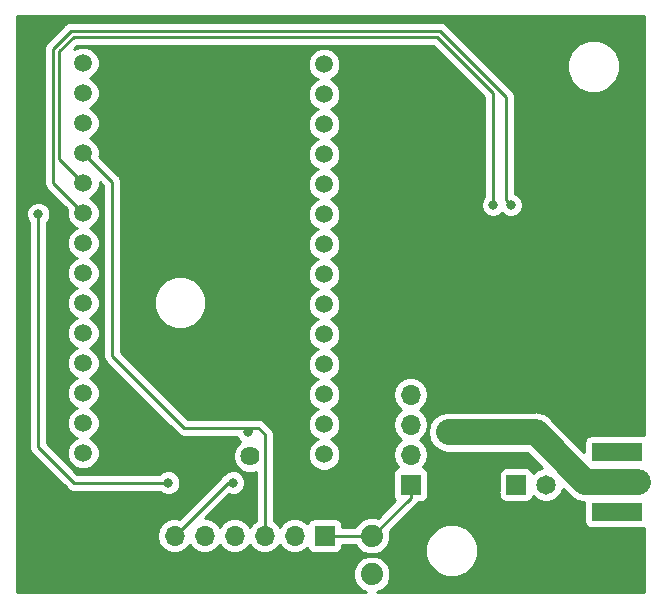
<source format=gbr>
G04 #@! TF.GenerationSoftware,KiCad,Pcbnew,(5.0.2)-1*
G04 #@! TF.CreationDate,2019-05-14T17:11:37+02:00*
G04 #@! TF.ProjectId,Mini-Lora,4d696e69-2d4c-46f7-9261-2e6b69636164,rev?*
G04 #@! TF.SameCoordinates,Original*
G04 #@! TF.FileFunction,Copper,L2,Bot*
G04 #@! TF.FilePolarity,Positive*
%FSLAX46Y46*%
G04 Gerber Fmt 4.6, Leading zero omitted, Abs format (unit mm)*
G04 Created by KiCad (PCBNEW (5.0.2)-1) date 14/05/2019 17:11:37*
%MOMM*%
%LPD*%
G01*
G04 APERTURE LIST*
G04 #@! TA.AperFunction,ComponentPad*
%ADD10C,1.500000*%
G04 #@! TD*
G04 #@! TA.AperFunction,ComponentPad*
%ADD11O,1.700000X1.700000*%
G04 #@! TD*
G04 #@! TA.AperFunction,ComponentPad*
%ADD12R,1.700000X1.700000*%
G04 #@! TD*
G04 #@! TA.AperFunction,SMDPad,CuDef*
%ADD13R,4.318000X1.524000*%
G04 #@! TD*
G04 #@! TA.AperFunction,Conductor*
%ADD14C,0.100000*%
G04 #@! TD*
G04 #@! TA.AperFunction,SMDPad,CuDef*
%ADD15C,1.143000*%
G04 #@! TD*
G04 #@! TA.AperFunction,ComponentPad*
%ADD16C,1.270000*%
G04 #@! TD*
G04 #@! TA.AperFunction,ComponentPad*
%ADD17C,1.651000*%
G04 #@! TD*
G04 #@! TA.AperFunction,ComponentPad*
%ADD18R,1.651000X1.651000*%
G04 #@! TD*
G04 #@! TA.AperFunction,ComponentPad*
%ADD19C,1.524000*%
G04 #@! TD*
G04 #@! TA.AperFunction,ComponentPad*
%ADD20C,1.625000*%
G04 #@! TD*
G04 #@! TA.AperFunction,ComponentPad*
%ADD21C,1.879600*%
G04 #@! TD*
G04 #@! TA.AperFunction,ViaPad*
%ADD22C,0.800000*%
G04 #@! TD*
G04 #@! TA.AperFunction,ViaPad*
%ADD23C,0.711200*%
G04 #@! TD*
G04 #@! TA.AperFunction,Conductor*
%ADD24C,0.406400*%
G04 #@! TD*
G04 #@! TA.AperFunction,Conductor*
%ADD25C,0.250000*%
G04 #@! TD*
G04 #@! TA.AperFunction,Conductor*
%ADD26C,2.200000*%
G04 #@! TD*
G04 #@! TA.AperFunction,Conductor*
%ADD27C,0.254000*%
G04 #@! TD*
G04 APERTURE END LIST*
D10*
G04 #@! TO.P,U2,14*
G04 #@! TO.N,Net-(U2-Pad14)*
X135554725Y-72467027D03*
G04 #@! TO.P,U2,3*
G04 #@! TO.N,Net-(U2-Pad3)*
X135554725Y-100407027D03*
G04 #@! TO.P,U2,2*
G04 #@! TO.N,Net-(U2-Pad2)*
X135554725Y-102947027D03*
G04 #@! TO.P,U2,5*
G04 #@! TO.N,Net-(U2-Pad5)*
X135554725Y-95327027D03*
G04 #@! TO.P,U2,6*
G04 #@! TO.N,Net-(U2-Pad6)*
X135554725Y-92787027D03*
G04 #@! TO.P,U2,7*
G04 #@! TO.N,Net-(U2-Pad7)*
X135554725Y-90247027D03*
G04 #@! TO.P,U2,4*
G04 #@! TO.N,Net-(U2-Pad4)*
X135554725Y-97867027D03*
G04 #@! TO.P,U2,1*
G04 #@! TO.N,Net-(U2-Pad1)*
X135554725Y-105487027D03*
G04 #@! TO.P,U2,13*
G04 #@! TO.N,Net-(U2-Pad13)*
X135554725Y-75007027D03*
G04 #@! TO.P,U2,12*
G04 #@! TO.N,/WS*
X135554725Y-77547027D03*
G04 #@! TO.P,U2,9*
G04 #@! TO.N,/SS*
X135554725Y-85167027D03*
G04 #@! TO.P,U2,8*
G04 #@! TO.N,/SD*
X135554725Y-87707027D03*
G04 #@! TO.P,U2,11*
G04 #@! TO.N,/ICS_SCK*
X135554725Y-80087027D03*
G04 #@! TO.P,U2,10*
G04 #@! TO.N,/RESET*
X135554725Y-82627027D03*
G04 #@! TO.P,U2,28*
G04 #@! TO.N,Net-(U2-Pad28)*
X155954725Y-105607027D03*
G04 #@! TO.P,U2,17*
G04 #@! TO.N,/MOSI*
X155954725Y-77667027D03*
G04 #@! TO.P,U2,16*
G04 #@! TO.N,Net-(U2-Pad16)*
X155954725Y-75127027D03*
G04 #@! TO.P,U2,19*
G04 #@! TO.N,/MISO*
X155954725Y-82747027D03*
G04 #@! TO.P,U2,20*
G04 #@! TO.N,Net-(U2-Pad20)*
X155954725Y-85287027D03*
G04 #@! TO.P,U2,21*
G04 #@! TO.N,Net-(U2-Pad21)*
X155954725Y-87827027D03*
G04 #@! TO.P,U2,18*
G04 #@! TO.N,/SCK*
X155954725Y-80207027D03*
G04 #@! TO.P,U2,15*
G04 #@! TO.N,Net-(U2-Pad15)*
X155954725Y-72587027D03*
G04 #@! TO.P,U2,27*
G04 #@! TO.N,Net-(U2-Pad27)*
X155954725Y-103067027D03*
G04 #@! TO.P,U2,26*
G04 #@! TO.N,+3V3*
X155954725Y-100527027D03*
G04 #@! TO.P,U2,23*
G04 #@! TO.N,/TX*
X155954725Y-92907027D03*
G04 #@! TO.P,U2,22*
G04 #@! TO.N,/RX*
X155954725Y-90367027D03*
G04 #@! TO.P,U2,25*
G04 #@! TO.N,GND*
X155954725Y-97987027D03*
G04 #@! TO.P,U2,24*
G04 #@! TO.N,Net-(U2-Pad24)*
X155954725Y-95447027D03*
G04 #@! TD*
D11*
G04 #@! TO.P,J1,4*
G04 #@! TO.N,GND*
X163277221Y-100548520D03*
G04 #@! TO.P,J1,3*
G04 #@! TO.N,/RX*
X163277221Y-103088520D03*
G04 #@! TO.P,J1,2*
G04 #@! TO.N,/TX*
X163277221Y-105628520D03*
D12*
G04 #@! TO.P,J1,1*
G04 #@! TO.N,+3V3*
X163277221Y-108168520D03*
G04 #@! TD*
D13*
G04 #@! TO.P,J$2,GND6*
G04 #@! TO.N,N/C*
X180777709Y-110463220D03*
G04 #@! TO.P,J$2,GND5*
X180777709Y-105383220D03*
D14*
G04 #@! TD*
G04 #@! TO.N,/ANT*
G04 #@! TO.C,J$2*
G36*
X180502911Y-107351995D02*
X180508458Y-107352818D01*
X180513899Y-107354181D01*
X180519179Y-107356070D01*
X180524249Y-107358468D01*
X180529060Y-107361352D01*
X180533565Y-107364692D01*
X180537720Y-107368459D01*
X180541487Y-107372614D01*
X180544827Y-107377119D01*
X180547711Y-107381930D01*
X180550109Y-107387000D01*
X180551998Y-107392280D01*
X180553361Y-107397721D01*
X180554184Y-107403268D01*
X180554459Y-107408870D01*
X180554459Y-108437570D01*
X180554184Y-108443172D01*
X180553361Y-108448719D01*
X180551998Y-108454160D01*
X180550109Y-108459440D01*
X180547711Y-108464510D01*
X180544827Y-108469321D01*
X180541487Y-108473826D01*
X180537720Y-108477981D01*
X180533565Y-108481748D01*
X180529060Y-108485088D01*
X180524249Y-108487972D01*
X180519179Y-108490370D01*
X180513899Y-108492259D01*
X180508458Y-108493622D01*
X180502911Y-108494445D01*
X180497309Y-108494720D01*
X178579609Y-108494720D01*
X178574007Y-108494445D01*
X178568460Y-108493622D01*
X178563019Y-108492259D01*
X178557739Y-108490370D01*
X178552669Y-108487972D01*
X178547858Y-108485088D01*
X178543353Y-108481748D01*
X178539198Y-108477981D01*
X178535431Y-108473826D01*
X178532091Y-108469321D01*
X178529207Y-108464510D01*
X178526809Y-108459440D01*
X178524920Y-108454160D01*
X178523557Y-108448719D01*
X178522734Y-108443172D01*
X178522459Y-108437570D01*
X178522459Y-107408870D01*
X178522734Y-107403268D01*
X178523557Y-107397721D01*
X178524920Y-107392280D01*
X178526809Y-107387000D01*
X178529207Y-107381930D01*
X178532091Y-107377119D01*
X178535431Y-107372614D01*
X178539198Y-107368459D01*
X178543353Y-107364692D01*
X178547858Y-107361352D01*
X178552669Y-107358468D01*
X178557739Y-107356070D01*
X178563019Y-107354181D01*
X178568460Y-107352818D01*
X178574007Y-107351995D01*
X178579609Y-107351720D01*
X180497309Y-107351720D01*
X180502911Y-107351995D01*
X180502911Y-107351995D01*
G37*
D15*
G04 #@! TO.P,J$2,ANT3*
G04 #@! TO.N,/ANT*
X179538459Y-107923220D03*
D16*
G04 #@! TO.P,J$2,ANT2*
X178047209Y-107923220D03*
G04 #@! TD*
D17*
G04 #@! TO.P,C4,2*
G04 #@! TO.N,GND*
X174745209Y-108177220D03*
D18*
G04 #@! TO.P,C4,1*
G04 #@! TO.N,+3V3*
X172205209Y-108177220D03*
G04 #@! TD*
D19*
G04 #@! TO.P,JP3,1*
G04 #@! TO.N,/ANT*
X182492209Y-107923220D03*
G04 #@! TD*
D20*
G04 #@! TO.P,IC1,3*
G04 #@! TO.N,GND*
X149710000Y-105750000D03*
G04 #@! TD*
D12*
G04 #@! TO.P,JP1,1*
G04 #@! TO.N,+3V3*
X156000000Y-112500000D03*
D11*
G04 #@! TO.P,JP1,2*
G04 #@! TO.N,GND*
X153460000Y-112500000D03*
G04 #@! TO.P,JP1,3*
G04 #@! TO.N,/ICS_SCK*
X150920000Y-112500000D03*
G04 #@! TO.P,JP1,4*
G04 #@! TO.N,/SD*
X148380000Y-112500000D03*
G04 #@! TO.P,JP1,5*
G04 #@! TO.N,/WS*
X145840000Y-112500000D03*
G04 #@! TO.P,JP1,6*
G04 #@! TO.N,/Select*
X143300000Y-112500000D03*
G04 #@! TD*
D21*
G04 #@! TO.P,P1,1*
G04 #@! TO.N,GND*
X160000000Y-115750000D03*
G04 #@! TD*
G04 #@! TO.P,P2,1*
G04 #@! TO.N,+3V3*
X160000000Y-112500000D03*
G04 #@! TD*
D22*
G04 #@! TO.N,GND*
X166750000Y-95750000D03*
X166000000Y-84000000D03*
G04 #@! TO.N,/RESET*
X170250000Y-84500000D03*
G04 #@! TO.N,/SS*
X171750000Y-84500000D03*
D23*
G04 #@! TO.N,/ANT*
X166490209Y-103732220D03*
X166490209Y-103732220D03*
D22*
X166490209Y-103732220D03*
G04 #@! TO.N,/ICS_SCK*
X149500000Y-103750000D03*
G04 #@! TO.N,/WS*
X142750000Y-108000000D03*
X131750000Y-85250000D03*
G04 #@! TO.N,/Select*
X148250000Y-108000000D03*
G04 #@! TD*
D24*
G04 #@! TO.N,+3V3*
X171570209Y-108812220D02*
X172205209Y-108177220D01*
D25*
X163277221Y-109268520D02*
X163277221Y-108168520D01*
X160045741Y-112500000D02*
X163277221Y-109268520D01*
X156000000Y-112500000D02*
X160045741Y-112500000D01*
G04 #@! TO.N,/RESET*
X134804726Y-81877028D02*
X135554725Y-82627027D01*
X170250000Y-84500000D02*
X170250000Y-75000000D01*
X170250000Y-75000000D02*
X165500000Y-70250000D01*
X165500000Y-70250000D02*
X134750000Y-70250000D01*
X134750000Y-70250000D02*
X133500000Y-71500000D01*
X133500000Y-71500000D02*
X133500000Y-80572302D01*
X133500000Y-80572302D02*
X134804726Y-81877028D01*
G04 #@! TO.N,/SS*
X133000000Y-82612302D02*
X135554725Y-85167027D01*
X171350001Y-84100001D02*
X171350001Y-75350001D01*
X171750000Y-84500000D02*
X171350001Y-84100001D01*
X171350001Y-75350001D02*
X165750000Y-69750000D01*
X165750000Y-69750000D02*
X134500000Y-69750000D01*
X134500000Y-69750000D02*
X133000000Y-71250000D01*
X133000000Y-71250000D02*
X133000000Y-82612302D01*
D24*
G04 #@! TO.N,/ANT*
X177920209Y-107542220D02*
X178047209Y-107923220D01*
X177920209Y-107542220D02*
X179190209Y-107542220D01*
X179190209Y-107542220D02*
X179538459Y-107923220D01*
X177920209Y-107542220D02*
X178047209Y-107923220D01*
X183000209Y-107542220D02*
X182492209Y-107923220D01*
D26*
X173856209Y-103732220D02*
X166490209Y-103732220D01*
X178047209Y-107923220D02*
X173856209Y-103732220D01*
X178047209Y-107923220D02*
X182492209Y-107923220D01*
D25*
G04 #@! TO.N,/ICS_SCK*
X149899999Y-103350001D02*
X150350001Y-103350001D01*
X149500000Y-103750000D02*
X149899999Y-103350001D01*
X150920000Y-103920000D02*
X150920000Y-112500000D01*
X150350001Y-103350001D02*
X150920000Y-103920000D01*
X149899999Y-103350001D02*
X144100001Y-103350001D01*
X144100001Y-103350001D02*
X138000000Y-97250000D01*
X138000000Y-82532302D02*
X135554725Y-80087027D01*
X138000000Y-97250000D02*
X138000000Y-82532302D01*
G04 #@! TO.N,/WS*
X142750000Y-108000000D02*
X134750000Y-108000000D01*
X134750000Y-108000000D02*
X131750000Y-105000000D01*
X131750000Y-105000000D02*
X131750000Y-85250000D01*
G04 #@! TO.N,/Select*
X147800000Y-108000000D02*
X148250000Y-108000000D01*
X143300000Y-112500000D02*
X147800000Y-108000000D01*
G04 #@! TD*
D27*
G04 #@! TO.N,GND*
G36*
X183015000Y-103989353D02*
X182936709Y-103973780D01*
X178618709Y-103973780D01*
X178370944Y-104023063D01*
X178160900Y-104163411D01*
X178020552Y-104373455D01*
X177971269Y-104621220D01*
X177971269Y-105393620D01*
X175203873Y-102626225D01*
X175107074Y-102481355D01*
X174533172Y-102097886D01*
X174027089Y-101997220D01*
X174027087Y-101997220D01*
X173856209Y-101963230D01*
X173685331Y-101997220D01*
X166319329Y-101997220D01*
X165813246Y-102097886D01*
X165239344Y-102481355D01*
X164855875Y-103055257D01*
X164721219Y-103732220D01*
X164855875Y-104409183D01*
X165239344Y-104983085D01*
X165813246Y-105366554D01*
X166319329Y-105467220D01*
X173137550Y-105467220D01*
X174406863Y-106736533D01*
X173917902Y-106939068D01*
X173649463Y-107207507D01*
X173628866Y-107103955D01*
X173488518Y-106893911D01*
X173278474Y-106753563D01*
X173030709Y-106704280D01*
X171379709Y-106704280D01*
X171131944Y-106753563D01*
X170921900Y-106893911D01*
X170781552Y-107103955D01*
X170732269Y-107351720D01*
X170732269Y-108728364D01*
X170715589Y-108812220D01*
X170732269Y-108896076D01*
X170732269Y-109002720D01*
X170781552Y-109250485D01*
X170921900Y-109460529D01*
X171131944Y-109600877D01*
X171379709Y-109650160D01*
X171486353Y-109650160D01*
X171570209Y-109666840D01*
X171654065Y-109650160D01*
X173030709Y-109650160D01*
X173278474Y-109600877D01*
X173488518Y-109460529D01*
X173628866Y-109250485D01*
X173649463Y-109146933D01*
X173917902Y-109415372D01*
X174454697Y-109637720D01*
X175035721Y-109637720D01*
X175572516Y-109415372D01*
X175983361Y-109004527D01*
X176185895Y-108515566D01*
X176699547Y-109029218D01*
X176796344Y-109174085D01*
X177370246Y-109557554D01*
X177876329Y-109658220D01*
X177876330Y-109658220D01*
X177975883Y-109678023D01*
X177971269Y-109701220D01*
X177971269Y-111225220D01*
X178020552Y-111472985D01*
X178160900Y-111683029D01*
X178370944Y-111823377D01*
X178618709Y-111872660D01*
X182936709Y-111872660D01*
X183015000Y-111857087D01*
X183015000Y-117265000D01*
X160457617Y-117265000D01*
X160892052Y-117085051D01*
X161335051Y-116642052D01*
X161574800Y-116063247D01*
X161574800Y-115436753D01*
X161335051Y-114857948D01*
X160892052Y-114414949D01*
X160313247Y-114175200D01*
X159686753Y-114175200D01*
X159107948Y-114414949D01*
X158664949Y-114857948D01*
X158425200Y-115436753D01*
X158425200Y-116063247D01*
X158664949Y-116642052D01*
X159107948Y-117085051D01*
X159542383Y-117265000D01*
X129985000Y-117265000D01*
X129985000Y-85044126D01*
X130715000Y-85044126D01*
X130715000Y-85455874D01*
X130872569Y-85836280D01*
X130990001Y-85953712D01*
X130990000Y-104925153D01*
X130975112Y-105000000D01*
X130990000Y-105074847D01*
X130990000Y-105074851D01*
X131034096Y-105296536D01*
X131202071Y-105547929D01*
X131265530Y-105590331D01*
X134159671Y-108484473D01*
X134202071Y-108547929D01*
X134265527Y-108590329D01*
X134453462Y-108715904D01*
X134477026Y-108720591D01*
X134675148Y-108760000D01*
X134675152Y-108760000D01*
X134750000Y-108774888D01*
X134824848Y-108760000D01*
X142046289Y-108760000D01*
X142163720Y-108877431D01*
X142544126Y-109035000D01*
X142955874Y-109035000D01*
X143336280Y-108877431D01*
X143627431Y-108586280D01*
X143785000Y-108205874D01*
X143785000Y-107794126D01*
X143627431Y-107413720D01*
X143336280Y-107122569D01*
X142955874Y-106965000D01*
X142544126Y-106965000D01*
X142163720Y-107122569D01*
X142046289Y-107240000D01*
X135064802Y-107240000D01*
X132510000Y-104685199D01*
X132510000Y-85953711D01*
X132627431Y-85836280D01*
X132785000Y-85455874D01*
X132785000Y-85044126D01*
X132627431Y-84663720D01*
X132336280Y-84372569D01*
X131955874Y-84215000D01*
X131544126Y-84215000D01*
X131163720Y-84372569D01*
X130872569Y-84663720D01*
X130715000Y-85044126D01*
X129985000Y-85044126D01*
X129985000Y-71250000D01*
X132225112Y-71250000D01*
X132240000Y-71324847D01*
X132240001Y-82537450D01*
X132225112Y-82612302D01*
X132284097Y-82908839D01*
X132398618Y-83080231D01*
X132452072Y-83160231D01*
X132515528Y-83202631D01*
X134179890Y-84866993D01*
X134169725Y-84891533D01*
X134169725Y-85442521D01*
X134380578Y-85951567D01*
X134770185Y-86341174D01*
X135001595Y-86437027D01*
X134770185Y-86532880D01*
X134380578Y-86922487D01*
X134169725Y-87431533D01*
X134169725Y-87982521D01*
X134380578Y-88491567D01*
X134770185Y-88881174D01*
X135001595Y-88977027D01*
X134770185Y-89072880D01*
X134380578Y-89462487D01*
X134169725Y-89971533D01*
X134169725Y-90522521D01*
X134380578Y-91031567D01*
X134770185Y-91421174D01*
X135001595Y-91517027D01*
X134770185Y-91612880D01*
X134380578Y-92002487D01*
X134169725Y-92511533D01*
X134169725Y-93062521D01*
X134380578Y-93571567D01*
X134770185Y-93961174D01*
X135001595Y-94057027D01*
X134770185Y-94152880D01*
X134380578Y-94542487D01*
X134169725Y-95051533D01*
X134169725Y-95602521D01*
X134380578Y-96111567D01*
X134770185Y-96501174D01*
X135001595Y-96597027D01*
X134770185Y-96692880D01*
X134380578Y-97082487D01*
X134169725Y-97591533D01*
X134169725Y-98142521D01*
X134380578Y-98651567D01*
X134770185Y-99041174D01*
X135001595Y-99137027D01*
X134770185Y-99232880D01*
X134380578Y-99622487D01*
X134169725Y-100131533D01*
X134169725Y-100682521D01*
X134380578Y-101191567D01*
X134770185Y-101581174D01*
X135001595Y-101677027D01*
X134770185Y-101772880D01*
X134380578Y-102162487D01*
X134169725Y-102671533D01*
X134169725Y-103222521D01*
X134380578Y-103731567D01*
X134770185Y-104121174D01*
X135001595Y-104217027D01*
X134770185Y-104312880D01*
X134380578Y-104702487D01*
X134169725Y-105211533D01*
X134169725Y-105762521D01*
X134380578Y-106271567D01*
X134770185Y-106661174D01*
X135279231Y-106872027D01*
X135830219Y-106872027D01*
X136339265Y-106661174D01*
X136728872Y-106271567D01*
X136939725Y-105762521D01*
X136939725Y-105211533D01*
X136728872Y-104702487D01*
X136339265Y-104312880D01*
X136107855Y-104217027D01*
X136339265Y-104121174D01*
X136728872Y-103731567D01*
X136939725Y-103222521D01*
X136939725Y-102671533D01*
X136728872Y-102162487D01*
X136339265Y-101772880D01*
X136107855Y-101677027D01*
X136339265Y-101581174D01*
X136728872Y-101191567D01*
X136939725Y-100682521D01*
X136939725Y-100131533D01*
X136728872Y-99622487D01*
X136339265Y-99232880D01*
X136107855Y-99137027D01*
X136339265Y-99041174D01*
X136728872Y-98651567D01*
X136939725Y-98142521D01*
X136939725Y-97591533D01*
X136728872Y-97082487D01*
X136339265Y-96692880D01*
X136107855Y-96597027D01*
X136339265Y-96501174D01*
X136728872Y-96111567D01*
X136939725Y-95602521D01*
X136939725Y-95051533D01*
X136728872Y-94542487D01*
X136339265Y-94152880D01*
X136107855Y-94057027D01*
X136339265Y-93961174D01*
X136728872Y-93571567D01*
X136939725Y-93062521D01*
X136939725Y-92511533D01*
X136728872Y-92002487D01*
X136339265Y-91612880D01*
X136107855Y-91517027D01*
X136339265Y-91421174D01*
X136728872Y-91031567D01*
X136939725Y-90522521D01*
X136939725Y-89971533D01*
X136728872Y-89462487D01*
X136339265Y-89072880D01*
X136107855Y-88977027D01*
X136339265Y-88881174D01*
X136728872Y-88491567D01*
X136939725Y-87982521D01*
X136939725Y-87431533D01*
X136728872Y-86922487D01*
X136339265Y-86532880D01*
X136107855Y-86437027D01*
X136339265Y-86341174D01*
X136728872Y-85951567D01*
X136939725Y-85442521D01*
X136939725Y-84891533D01*
X136728872Y-84382487D01*
X136339265Y-83992880D01*
X136107855Y-83897027D01*
X136339265Y-83801174D01*
X136728872Y-83411567D01*
X136939725Y-82902521D01*
X136939725Y-82546829D01*
X137240001Y-82847105D01*
X137240000Y-97175153D01*
X137225112Y-97250000D01*
X137240000Y-97324847D01*
X137240000Y-97324851D01*
X137284096Y-97546536D01*
X137452071Y-97797929D01*
X137515530Y-97840331D01*
X143509671Y-103834473D01*
X143552072Y-103897930D01*
X143803464Y-104065905D01*
X144025149Y-104110001D01*
X144025153Y-104110001D01*
X144100000Y-104124889D01*
X144174847Y-104110001D01*
X148528841Y-104110001D01*
X148622569Y-104336280D01*
X148849608Y-104563319D01*
X148482869Y-104930057D01*
X148262500Y-105462074D01*
X148262500Y-106037926D01*
X148482869Y-106569943D01*
X148890057Y-106977131D01*
X149422074Y-107197500D01*
X149997926Y-107197500D01*
X150160000Y-107130366D01*
X150160001Y-111221821D01*
X149849375Y-111429375D01*
X149650000Y-111727761D01*
X149450625Y-111429375D01*
X148959418Y-111101161D01*
X148526256Y-111015000D01*
X148233744Y-111015000D01*
X147800582Y-111101161D01*
X147309375Y-111429375D01*
X147110000Y-111727761D01*
X146910625Y-111429375D01*
X146419418Y-111101161D01*
X145986256Y-111015000D01*
X145859801Y-111015000D01*
X147899647Y-108975155D01*
X148044126Y-109035000D01*
X148455874Y-109035000D01*
X148836280Y-108877431D01*
X149127431Y-108586280D01*
X149285000Y-108205874D01*
X149285000Y-107794126D01*
X149127431Y-107413720D01*
X148836280Y-107122569D01*
X148455874Y-106965000D01*
X148044126Y-106965000D01*
X147663720Y-107122569D01*
X147499636Y-107286653D01*
X147252071Y-107452071D01*
X147209671Y-107515527D01*
X143666408Y-111058791D01*
X143446256Y-111015000D01*
X143153744Y-111015000D01*
X142720582Y-111101161D01*
X142229375Y-111429375D01*
X141901161Y-111920582D01*
X141785908Y-112500000D01*
X141901161Y-113079418D01*
X142229375Y-113570625D01*
X142720582Y-113898839D01*
X143153744Y-113985000D01*
X143446256Y-113985000D01*
X143879418Y-113898839D01*
X144370625Y-113570625D01*
X144570000Y-113272239D01*
X144769375Y-113570625D01*
X145260582Y-113898839D01*
X145693744Y-113985000D01*
X145986256Y-113985000D01*
X146419418Y-113898839D01*
X146910625Y-113570625D01*
X147110000Y-113272239D01*
X147309375Y-113570625D01*
X147800582Y-113898839D01*
X148233744Y-113985000D01*
X148526256Y-113985000D01*
X148959418Y-113898839D01*
X149450625Y-113570625D01*
X149650000Y-113272239D01*
X149849375Y-113570625D01*
X150340582Y-113898839D01*
X150773744Y-113985000D01*
X151066256Y-113985000D01*
X151499418Y-113898839D01*
X151990625Y-113570625D01*
X152190000Y-113272239D01*
X152389375Y-113570625D01*
X152880582Y-113898839D01*
X153313744Y-113985000D01*
X153606256Y-113985000D01*
X154039418Y-113898839D01*
X154530625Y-113570625D01*
X154542816Y-113552381D01*
X154551843Y-113597765D01*
X154692191Y-113807809D01*
X154902235Y-113948157D01*
X155150000Y-113997440D01*
X156850000Y-113997440D01*
X157097765Y-113948157D01*
X157307809Y-113807809D01*
X157448157Y-113597765D01*
X157497440Y-113350000D01*
X157497440Y-113260000D01*
X158610251Y-113260000D01*
X158664949Y-113392052D01*
X159107948Y-113835051D01*
X159686753Y-114074800D01*
X160313247Y-114074800D01*
X160892052Y-113835051D01*
X161335051Y-113392052D01*
X161370930Y-113305431D01*
X164515000Y-113305431D01*
X164515000Y-114194569D01*
X164855259Y-115016026D01*
X165483974Y-115644741D01*
X166305431Y-115985000D01*
X167194569Y-115985000D01*
X168016026Y-115644741D01*
X168644741Y-115016026D01*
X168985000Y-114194569D01*
X168985000Y-113305431D01*
X168644741Y-112483974D01*
X168016026Y-111855259D01*
X167194569Y-111515000D01*
X166305431Y-111515000D01*
X165483974Y-111855259D01*
X164855259Y-112483974D01*
X164515000Y-113305431D01*
X161370930Y-113305431D01*
X161574800Y-112813247D01*
X161574800Y-112186753D01*
X161533499Y-112087043D01*
X163761694Y-109858849D01*
X163825150Y-109816449D01*
X163925704Y-109665960D01*
X164127221Y-109665960D01*
X164374986Y-109616677D01*
X164585030Y-109476329D01*
X164725378Y-109266285D01*
X164774661Y-109018520D01*
X164774661Y-107318520D01*
X164725378Y-107070755D01*
X164585030Y-106860711D01*
X164374986Y-106720363D01*
X164329602Y-106711336D01*
X164347846Y-106699145D01*
X164676060Y-106207938D01*
X164791313Y-105628520D01*
X164676060Y-105049102D01*
X164347846Y-104557895D01*
X164049460Y-104358520D01*
X164347846Y-104159145D01*
X164676060Y-103667938D01*
X164791313Y-103088520D01*
X164676060Y-102509102D01*
X164347846Y-102017895D01*
X164049460Y-101818520D01*
X164347846Y-101619145D01*
X164676060Y-101127938D01*
X164791313Y-100548520D01*
X164676060Y-99969102D01*
X164347846Y-99477895D01*
X163856639Y-99149681D01*
X163423477Y-99063520D01*
X163130965Y-99063520D01*
X162697803Y-99149681D01*
X162206596Y-99477895D01*
X161878382Y-99969102D01*
X161763129Y-100548520D01*
X161878382Y-101127938D01*
X162206596Y-101619145D01*
X162504982Y-101818520D01*
X162206596Y-102017895D01*
X161878382Y-102509102D01*
X161763129Y-103088520D01*
X161878382Y-103667938D01*
X162206596Y-104159145D01*
X162504982Y-104358520D01*
X162206596Y-104557895D01*
X161878382Y-105049102D01*
X161763129Y-105628520D01*
X161878382Y-106207938D01*
X162206596Y-106699145D01*
X162224840Y-106711336D01*
X162179456Y-106720363D01*
X161969412Y-106860711D01*
X161829064Y-107070755D01*
X161779781Y-107318520D01*
X161779781Y-109018520D01*
X161829064Y-109266285D01*
X161969412Y-109476329D01*
X161984517Y-109486422D01*
X160477644Y-110993296D01*
X160313247Y-110925200D01*
X159686753Y-110925200D01*
X159107948Y-111164949D01*
X158664949Y-111607948D01*
X158610251Y-111740000D01*
X157497440Y-111740000D01*
X157497440Y-111650000D01*
X157448157Y-111402235D01*
X157307809Y-111192191D01*
X157097765Y-111051843D01*
X156850000Y-111002560D01*
X155150000Y-111002560D01*
X154902235Y-111051843D01*
X154692191Y-111192191D01*
X154551843Y-111402235D01*
X154542816Y-111447619D01*
X154530625Y-111429375D01*
X154039418Y-111101161D01*
X153606256Y-111015000D01*
X153313744Y-111015000D01*
X152880582Y-111101161D01*
X152389375Y-111429375D01*
X152190000Y-111727761D01*
X151990625Y-111429375D01*
X151680000Y-111221822D01*
X151680000Y-103994846D01*
X151694888Y-103919999D01*
X151680000Y-103845152D01*
X151680000Y-103845148D01*
X151635904Y-103623463D01*
X151576913Y-103535177D01*
X151510329Y-103435526D01*
X151510327Y-103435524D01*
X151467929Y-103372071D01*
X151404476Y-103329673D01*
X150940331Y-102865530D01*
X150897930Y-102802072D01*
X150646538Y-102634097D01*
X150424853Y-102590001D01*
X150424848Y-102590001D01*
X150350001Y-102575113D01*
X150275154Y-102590001D01*
X149974845Y-102590001D01*
X149899998Y-102575113D01*
X149825151Y-102590001D01*
X144414803Y-102590001D01*
X138760000Y-96935199D01*
X138760000Y-92305431D01*
X141515000Y-92305431D01*
X141515000Y-93194569D01*
X141855259Y-94016026D01*
X142483974Y-94644741D01*
X143305431Y-94985000D01*
X144194569Y-94985000D01*
X145016026Y-94644741D01*
X145644741Y-94016026D01*
X145985000Y-93194569D01*
X145985000Y-92305431D01*
X145644741Y-91483974D01*
X145016026Y-90855259D01*
X144194569Y-90515000D01*
X143305431Y-90515000D01*
X142483974Y-90855259D01*
X141855259Y-91483974D01*
X141515000Y-92305431D01*
X138760000Y-92305431D01*
X138760000Y-82607148D01*
X138774888Y-82532301D01*
X138760000Y-82457454D01*
X138760000Y-82457450D01*
X138715904Y-82235765D01*
X138547929Y-81984373D01*
X138484473Y-81941973D01*
X136929560Y-80387061D01*
X136939725Y-80362521D01*
X136939725Y-79811533D01*
X136728872Y-79302487D01*
X136339265Y-78912880D01*
X136107855Y-78817027D01*
X136339265Y-78721174D01*
X136728872Y-78331567D01*
X136939725Y-77822521D01*
X136939725Y-77271533D01*
X136728872Y-76762487D01*
X136339265Y-76372880D01*
X136107855Y-76277027D01*
X136339265Y-76181174D01*
X136728872Y-75791567D01*
X136939725Y-75282521D01*
X136939725Y-74731533D01*
X136728872Y-74222487D01*
X136339265Y-73832880D01*
X136107855Y-73737027D01*
X136339265Y-73641174D01*
X136728872Y-73251567D01*
X136939725Y-72742521D01*
X136939725Y-72311533D01*
X154569725Y-72311533D01*
X154569725Y-72862521D01*
X154780578Y-73371567D01*
X155170185Y-73761174D01*
X155401595Y-73857027D01*
X155170185Y-73952880D01*
X154780578Y-74342487D01*
X154569725Y-74851533D01*
X154569725Y-75402521D01*
X154780578Y-75911567D01*
X155170185Y-76301174D01*
X155401595Y-76397027D01*
X155170185Y-76492880D01*
X154780578Y-76882487D01*
X154569725Y-77391533D01*
X154569725Y-77942521D01*
X154780578Y-78451567D01*
X155170185Y-78841174D01*
X155401595Y-78937027D01*
X155170185Y-79032880D01*
X154780578Y-79422487D01*
X154569725Y-79931533D01*
X154569725Y-80482521D01*
X154780578Y-80991567D01*
X155170185Y-81381174D01*
X155401595Y-81477027D01*
X155170185Y-81572880D01*
X154780578Y-81962487D01*
X154569725Y-82471533D01*
X154569725Y-83022521D01*
X154780578Y-83531567D01*
X155170185Y-83921174D01*
X155401595Y-84017027D01*
X155170185Y-84112880D01*
X154780578Y-84502487D01*
X154569725Y-85011533D01*
X154569725Y-85562521D01*
X154780578Y-86071567D01*
X155170185Y-86461174D01*
X155401595Y-86557027D01*
X155170185Y-86652880D01*
X154780578Y-87042487D01*
X154569725Y-87551533D01*
X154569725Y-88102521D01*
X154780578Y-88611567D01*
X155170185Y-89001174D01*
X155401595Y-89097027D01*
X155170185Y-89192880D01*
X154780578Y-89582487D01*
X154569725Y-90091533D01*
X154569725Y-90642521D01*
X154780578Y-91151567D01*
X155170185Y-91541174D01*
X155401595Y-91637027D01*
X155170185Y-91732880D01*
X154780578Y-92122487D01*
X154569725Y-92631533D01*
X154569725Y-93182521D01*
X154780578Y-93691567D01*
X155170185Y-94081174D01*
X155401595Y-94177027D01*
X155170185Y-94272880D01*
X154780578Y-94662487D01*
X154569725Y-95171533D01*
X154569725Y-95722521D01*
X154780578Y-96231567D01*
X155170185Y-96621174D01*
X155401595Y-96717027D01*
X155170185Y-96812880D01*
X154780578Y-97202487D01*
X154569725Y-97711533D01*
X154569725Y-98262521D01*
X154780578Y-98771567D01*
X155170185Y-99161174D01*
X155401595Y-99257027D01*
X155170185Y-99352880D01*
X154780578Y-99742487D01*
X154569725Y-100251533D01*
X154569725Y-100802521D01*
X154780578Y-101311567D01*
X155170185Y-101701174D01*
X155401595Y-101797027D01*
X155170185Y-101892880D01*
X154780578Y-102282487D01*
X154569725Y-102791533D01*
X154569725Y-103342521D01*
X154780578Y-103851567D01*
X155170185Y-104241174D01*
X155401595Y-104337027D01*
X155170185Y-104432880D01*
X154780578Y-104822487D01*
X154569725Y-105331533D01*
X154569725Y-105882521D01*
X154780578Y-106391567D01*
X155170185Y-106781174D01*
X155679231Y-106992027D01*
X156230219Y-106992027D01*
X156739265Y-106781174D01*
X157128872Y-106391567D01*
X157339725Y-105882521D01*
X157339725Y-105331533D01*
X157128872Y-104822487D01*
X156739265Y-104432880D01*
X156507855Y-104337027D01*
X156739265Y-104241174D01*
X157128872Y-103851567D01*
X157339725Y-103342521D01*
X157339725Y-102791533D01*
X157128872Y-102282487D01*
X156739265Y-101892880D01*
X156507855Y-101797027D01*
X156739265Y-101701174D01*
X157128872Y-101311567D01*
X157339725Y-100802521D01*
X157339725Y-100251533D01*
X157128872Y-99742487D01*
X156739265Y-99352880D01*
X156507855Y-99257027D01*
X156739265Y-99161174D01*
X157128872Y-98771567D01*
X157339725Y-98262521D01*
X157339725Y-97711533D01*
X157128872Y-97202487D01*
X156739265Y-96812880D01*
X156507855Y-96717027D01*
X156739265Y-96621174D01*
X157128872Y-96231567D01*
X157339725Y-95722521D01*
X157339725Y-95171533D01*
X157128872Y-94662487D01*
X156739265Y-94272880D01*
X156507855Y-94177027D01*
X156739265Y-94081174D01*
X157128872Y-93691567D01*
X157339725Y-93182521D01*
X157339725Y-92631533D01*
X157128872Y-92122487D01*
X156739265Y-91732880D01*
X156507855Y-91637027D01*
X156739265Y-91541174D01*
X157128872Y-91151567D01*
X157339725Y-90642521D01*
X157339725Y-90091533D01*
X157128872Y-89582487D01*
X156739265Y-89192880D01*
X156507855Y-89097027D01*
X156739265Y-89001174D01*
X157128872Y-88611567D01*
X157339725Y-88102521D01*
X157339725Y-87551533D01*
X157128872Y-87042487D01*
X156739265Y-86652880D01*
X156507855Y-86557027D01*
X156739265Y-86461174D01*
X157128872Y-86071567D01*
X157339725Y-85562521D01*
X157339725Y-85011533D01*
X157128872Y-84502487D01*
X156739265Y-84112880D01*
X156507855Y-84017027D01*
X156739265Y-83921174D01*
X157128872Y-83531567D01*
X157339725Y-83022521D01*
X157339725Y-82471533D01*
X157128872Y-81962487D01*
X156739265Y-81572880D01*
X156507855Y-81477027D01*
X156739265Y-81381174D01*
X157128872Y-80991567D01*
X157339725Y-80482521D01*
X157339725Y-79931533D01*
X157128872Y-79422487D01*
X156739265Y-79032880D01*
X156507855Y-78937027D01*
X156739265Y-78841174D01*
X157128872Y-78451567D01*
X157339725Y-77942521D01*
X157339725Y-77391533D01*
X157128872Y-76882487D01*
X156739265Y-76492880D01*
X156507855Y-76397027D01*
X156739265Y-76301174D01*
X157128872Y-75911567D01*
X157339725Y-75402521D01*
X157339725Y-74851533D01*
X157128872Y-74342487D01*
X156739265Y-73952880D01*
X156507855Y-73857027D01*
X156739265Y-73761174D01*
X157128872Y-73371567D01*
X157339725Y-72862521D01*
X157339725Y-72311533D01*
X157128872Y-71802487D01*
X156739265Y-71412880D01*
X156230219Y-71202027D01*
X155679231Y-71202027D01*
X155170185Y-71412880D01*
X154780578Y-71802487D01*
X154569725Y-72311533D01*
X136939725Y-72311533D01*
X136939725Y-72191533D01*
X136728872Y-71682487D01*
X136339265Y-71292880D01*
X135830219Y-71082027D01*
X135279231Y-71082027D01*
X134790221Y-71284581D01*
X135064802Y-71010000D01*
X165185199Y-71010000D01*
X169490001Y-75314804D01*
X169490000Y-83796289D01*
X169372569Y-83913720D01*
X169215000Y-84294126D01*
X169215000Y-84705874D01*
X169372569Y-85086280D01*
X169663720Y-85377431D01*
X170044126Y-85535000D01*
X170455874Y-85535000D01*
X170836280Y-85377431D01*
X171000000Y-85213711D01*
X171163720Y-85377431D01*
X171544126Y-85535000D01*
X171955874Y-85535000D01*
X172336280Y-85377431D01*
X172627431Y-85086280D01*
X172785000Y-84705874D01*
X172785000Y-84294126D01*
X172627431Y-83913720D01*
X172336280Y-83622569D01*
X172110001Y-83528841D01*
X172110001Y-75424847D01*
X172124889Y-75350000D01*
X172110001Y-75275153D01*
X172110001Y-75275149D01*
X172065905Y-75053464D01*
X171980167Y-74925148D01*
X171940330Y-74865527D01*
X171940328Y-74865525D01*
X171897930Y-74802072D01*
X171834477Y-74759674D01*
X169380234Y-72305431D01*
X176515000Y-72305431D01*
X176515000Y-73194569D01*
X176855259Y-74016026D01*
X177483974Y-74644741D01*
X178305431Y-74985000D01*
X179194569Y-74985000D01*
X180016026Y-74644741D01*
X180644741Y-74016026D01*
X180985000Y-73194569D01*
X180985000Y-72305431D01*
X180644741Y-71483974D01*
X180016026Y-70855259D01*
X179194569Y-70515000D01*
X178305431Y-70515000D01*
X177483974Y-70855259D01*
X176855259Y-71483974D01*
X176515000Y-72305431D01*
X169380234Y-72305431D01*
X166340331Y-69265530D01*
X166297929Y-69202071D01*
X166046537Y-69034096D01*
X165824852Y-68990000D01*
X165824847Y-68990000D01*
X165750000Y-68975112D01*
X165675153Y-68990000D01*
X134574846Y-68990000D01*
X134499999Y-68975112D01*
X134425152Y-68990000D01*
X134425148Y-68990000D01*
X134203463Y-69034096D01*
X134203461Y-69034097D01*
X134203462Y-69034097D01*
X134015526Y-69159671D01*
X134015524Y-69159673D01*
X133952071Y-69202071D01*
X133909673Y-69265524D01*
X132515530Y-70659669D01*
X132452071Y-70702071D01*
X132284096Y-70953464D01*
X132240000Y-71175149D01*
X132240000Y-71175153D01*
X132225112Y-71250000D01*
X129985000Y-71250000D01*
X129985000Y-68485000D01*
X183015001Y-68485000D01*
X183015000Y-103989353D01*
X183015000Y-103989353D01*
G37*
X183015000Y-103989353D02*
X182936709Y-103973780D01*
X178618709Y-103973780D01*
X178370944Y-104023063D01*
X178160900Y-104163411D01*
X178020552Y-104373455D01*
X177971269Y-104621220D01*
X177971269Y-105393620D01*
X175203873Y-102626225D01*
X175107074Y-102481355D01*
X174533172Y-102097886D01*
X174027089Y-101997220D01*
X174027087Y-101997220D01*
X173856209Y-101963230D01*
X173685331Y-101997220D01*
X166319329Y-101997220D01*
X165813246Y-102097886D01*
X165239344Y-102481355D01*
X164855875Y-103055257D01*
X164721219Y-103732220D01*
X164855875Y-104409183D01*
X165239344Y-104983085D01*
X165813246Y-105366554D01*
X166319329Y-105467220D01*
X173137550Y-105467220D01*
X174406863Y-106736533D01*
X173917902Y-106939068D01*
X173649463Y-107207507D01*
X173628866Y-107103955D01*
X173488518Y-106893911D01*
X173278474Y-106753563D01*
X173030709Y-106704280D01*
X171379709Y-106704280D01*
X171131944Y-106753563D01*
X170921900Y-106893911D01*
X170781552Y-107103955D01*
X170732269Y-107351720D01*
X170732269Y-108728364D01*
X170715589Y-108812220D01*
X170732269Y-108896076D01*
X170732269Y-109002720D01*
X170781552Y-109250485D01*
X170921900Y-109460529D01*
X171131944Y-109600877D01*
X171379709Y-109650160D01*
X171486353Y-109650160D01*
X171570209Y-109666840D01*
X171654065Y-109650160D01*
X173030709Y-109650160D01*
X173278474Y-109600877D01*
X173488518Y-109460529D01*
X173628866Y-109250485D01*
X173649463Y-109146933D01*
X173917902Y-109415372D01*
X174454697Y-109637720D01*
X175035721Y-109637720D01*
X175572516Y-109415372D01*
X175983361Y-109004527D01*
X176185895Y-108515566D01*
X176699547Y-109029218D01*
X176796344Y-109174085D01*
X177370246Y-109557554D01*
X177876329Y-109658220D01*
X177876330Y-109658220D01*
X177975883Y-109678023D01*
X177971269Y-109701220D01*
X177971269Y-111225220D01*
X178020552Y-111472985D01*
X178160900Y-111683029D01*
X178370944Y-111823377D01*
X178618709Y-111872660D01*
X182936709Y-111872660D01*
X183015000Y-111857087D01*
X183015000Y-117265000D01*
X160457617Y-117265000D01*
X160892052Y-117085051D01*
X161335051Y-116642052D01*
X161574800Y-116063247D01*
X161574800Y-115436753D01*
X161335051Y-114857948D01*
X160892052Y-114414949D01*
X160313247Y-114175200D01*
X159686753Y-114175200D01*
X159107948Y-114414949D01*
X158664949Y-114857948D01*
X158425200Y-115436753D01*
X158425200Y-116063247D01*
X158664949Y-116642052D01*
X159107948Y-117085051D01*
X159542383Y-117265000D01*
X129985000Y-117265000D01*
X129985000Y-85044126D01*
X130715000Y-85044126D01*
X130715000Y-85455874D01*
X130872569Y-85836280D01*
X130990001Y-85953712D01*
X130990000Y-104925153D01*
X130975112Y-105000000D01*
X130990000Y-105074847D01*
X130990000Y-105074851D01*
X131034096Y-105296536D01*
X131202071Y-105547929D01*
X131265530Y-105590331D01*
X134159671Y-108484473D01*
X134202071Y-108547929D01*
X134265527Y-108590329D01*
X134453462Y-108715904D01*
X134477026Y-108720591D01*
X134675148Y-108760000D01*
X134675152Y-108760000D01*
X134750000Y-108774888D01*
X134824848Y-108760000D01*
X142046289Y-108760000D01*
X142163720Y-108877431D01*
X142544126Y-109035000D01*
X142955874Y-109035000D01*
X143336280Y-108877431D01*
X143627431Y-108586280D01*
X143785000Y-108205874D01*
X143785000Y-107794126D01*
X143627431Y-107413720D01*
X143336280Y-107122569D01*
X142955874Y-106965000D01*
X142544126Y-106965000D01*
X142163720Y-107122569D01*
X142046289Y-107240000D01*
X135064802Y-107240000D01*
X132510000Y-104685199D01*
X132510000Y-85953711D01*
X132627431Y-85836280D01*
X132785000Y-85455874D01*
X132785000Y-85044126D01*
X132627431Y-84663720D01*
X132336280Y-84372569D01*
X131955874Y-84215000D01*
X131544126Y-84215000D01*
X131163720Y-84372569D01*
X130872569Y-84663720D01*
X130715000Y-85044126D01*
X129985000Y-85044126D01*
X129985000Y-71250000D01*
X132225112Y-71250000D01*
X132240000Y-71324847D01*
X132240001Y-82537450D01*
X132225112Y-82612302D01*
X132284097Y-82908839D01*
X132398618Y-83080231D01*
X132452072Y-83160231D01*
X132515528Y-83202631D01*
X134179890Y-84866993D01*
X134169725Y-84891533D01*
X134169725Y-85442521D01*
X134380578Y-85951567D01*
X134770185Y-86341174D01*
X135001595Y-86437027D01*
X134770185Y-86532880D01*
X134380578Y-86922487D01*
X134169725Y-87431533D01*
X134169725Y-87982521D01*
X134380578Y-88491567D01*
X134770185Y-88881174D01*
X135001595Y-88977027D01*
X134770185Y-89072880D01*
X134380578Y-89462487D01*
X134169725Y-89971533D01*
X134169725Y-90522521D01*
X134380578Y-91031567D01*
X134770185Y-91421174D01*
X135001595Y-91517027D01*
X134770185Y-91612880D01*
X134380578Y-92002487D01*
X134169725Y-92511533D01*
X134169725Y-93062521D01*
X134380578Y-93571567D01*
X134770185Y-93961174D01*
X135001595Y-94057027D01*
X134770185Y-94152880D01*
X134380578Y-94542487D01*
X134169725Y-95051533D01*
X134169725Y-95602521D01*
X134380578Y-96111567D01*
X134770185Y-96501174D01*
X135001595Y-96597027D01*
X134770185Y-96692880D01*
X134380578Y-97082487D01*
X134169725Y-97591533D01*
X134169725Y-98142521D01*
X134380578Y-98651567D01*
X134770185Y-99041174D01*
X135001595Y-99137027D01*
X134770185Y-99232880D01*
X134380578Y-99622487D01*
X134169725Y-100131533D01*
X134169725Y-100682521D01*
X134380578Y-101191567D01*
X134770185Y-101581174D01*
X135001595Y-101677027D01*
X134770185Y-101772880D01*
X134380578Y-102162487D01*
X134169725Y-102671533D01*
X134169725Y-103222521D01*
X134380578Y-103731567D01*
X134770185Y-104121174D01*
X135001595Y-104217027D01*
X134770185Y-104312880D01*
X134380578Y-104702487D01*
X134169725Y-105211533D01*
X134169725Y-105762521D01*
X134380578Y-106271567D01*
X134770185Y-106661174D01*
X135279231Y-106872027D01*
X135830219Y-106872027D01*
X136339265Y-106661174D01*
X136728872Y-106271567D01*
X136939725Y-105762521D01*
X136939725Y-105211533D01*
X136728872Y-104702487D01*
X136339265Y-104312880D01*
X136107855Y-104217027D01*
X136339265Y-104121174D01*
X136728872Y-103731567D01*
X136939725Y-103222521D01*
X136939725Y-102671533D01*
X136728872Y-102162487D01*
X136339265Y-101772880D01*
X136107855Y-101677027D01*
X136339265Y-101581174D01*
X136728872Y-101191567D01*
X136939725Y-100682521D01*
X136939725Y-100131533D01*
X136728872Y-99622487D01*
X136339265Y-99232880D01*
X136107855Y-99137027D01*
X136339265Y-99041174D01*
X136728872Y-98651567D01*
X136939725Y-98142521D01*
X136939725Y-97591533D01*
X136728872Y-97082487D01*
X136339265Y-96692880D01*
X136107855Y-96597027D01*
X136339265Y-96501174D01*
X136728872Y-96111567D01*
X136939725Y-95602521D01*
X136939725Y-95051533D01*
X136728872Y-94542487D01*
X136339265Y-94152880D01*
X136107855Y-94057027D01*
X136339265Y-93961174D01*
X136728872Y-93571567D01*
X136939725Y-93062521D01*
X136939725Y-92511533D01*
X136728872Y-92002487D01*
X136339265Y-91612880D01*
X136107855Y-91517027D01*
X136339265Y-91421174D01*
X136728872Y-91031567D01*
X136939725Y-90522521D01*
X136939725Y-89971533D01*
X136728872Y-89462487D01*
X136339265Y-89072880D01*
X136107855Y-88977027D01*
X136339265Y-88881174D01*
X136728872Y-88491567D01*
X136939725Y-87982521D01*
X136939725Y-87431533D01*
X136728872Y-86922487D01*
X136339265Y-86532880D01*
X136107855Y-86437027D01*
X136339265Y-86341174D01*
X136728872Y-85951567D01*
X136939725Y-85442521D01*
X136939725Y-84891533D01*
X136728872Y-84382487D01*
X136339265Y-83992880D01*
X136107855Y-83897027D01*
X136339265Y-83801174D01*
X136728872Y-83411567D01*
X136939725Y-82902521D01*
X136939725Y-82546829D01*
X137240001Y-82847105D01*
X137240000Y-97175153D01*
X137225112Y-97250000D01*
X137240000Y-97324847D01*
X137240000Y-97324851D01*
X137284096Y-97546536D01*
X137452071Y-97797929D01*
X137515530Y-97840331D01*
X143509671Y-103834473D01*
X143552072Y-103897930D01*
X143803464Y-104065905D01*
X144025149Y-104110001D01*
X144025153Y-104110001D01*
X144100000Y-104124889D01*
X144174847Y-104110001D01*
X148528841Y-104110001D01*
X148622569Y-104336280D01*
X148849608Y-104563319D01*
X148482869Y-104930057D01*
X148262500Y-105462074D01*
X148262500Y-106037926D01*
X148482869Y-106569943D01*
X148890057Y-106977131D01*
X149422074Y-107197500D01*
X149997926Y-107197500D01*
X150160000Y-107130366D01*
X150160001Y-111221821D01*
X149849375Y-111429375D01*
X149650000Y-111727761D01*
X149450625Y-111429375D01*
X148959418Y-111101161D01*
X148526256Y-111015000D01*
X148233744Y-111015000D01*
X147800582Y-111101161D01*
X147309375Y-111429375D01*
X147110000Y-111727761D01*
X146910625Y-111429375D01*
X146419418Y-111101161D01*
X145986256Y-111015000D01*
X145859801Y-111015000D01*
X147899647Y-108975155D01*
X148044126Y-109035000D01*
X148455874Y-109035000D01*
X148836280Y-108877431D01*
X149127431Y-108586280D01*
X149285000Y-108205874D01*
X149285000Y-107794126D01*
X149127431Y-107413720D01*
X148836280Y-107122569D01*
X148455874Y-106965000D01*
X148044126Y-106965000D01*
X147663720Y-107122569D01*
X147499636Y-107286653D01*
X147252071Y-107452071D01*
X147209671Y-107515527D01*
X143666408Y-111058791D01*
X143446256Y-111015000D01*
X143153744Y-111015000D01*
X142720582Y-111101161D01*
X142229375Y-111429375D01*
X141901161Y-111920582D01*
X141785908Y-112500000D01*
X141901161Y-113079418D01*
X142229375Y-113570625D01*
X142720582Y-113898839D01*
X143153744Y-113985000D01*
X143446256Y-113985000D01*
X143879418Y-113898839D01*
X144370625Y-113570625D01*
X144570000Y-113272239D01*
X144769375Y-113570625D01*
X145260582Y-113898839D01*
X145693744Y-113985000D01*
X145986256Y-113985000D01*
X146419418Y-113898839D01*
X146910625Y-113570625D01*
X147110000Y-113272239D01*
X147309375Y-113570625D01*
X147800582Y-113898839D01*
X148233744Y-113985000D01*
X148526256Y-113985000D01*
X148959418Y-113898839D01*
X149450625Y-113570625D01*
X149650000Y-113272239D01*
X149849375Y-113570625D01*
X150340582Y-113898839D01*
X150773744Y-113985000D01*
X151066256Y-113985000D01*
X151499418Y-113898839D01*
X151990625Y-113570625D01*
X152190000Y-113272239D01*
X152389375Y-113570625D01*
X152880582Y-113898839D01*
X153313744Y-113985000D01*
X153606256Y-113985000D01*
X154039418Y-113898839D01*
X154530625Y-113570625D01*
X154542816Y-113552381D01*
X154551843Y-113597765D01*
X154692191Y-113807809D01*
X154902235Y-113948157D01*
X155150000Y-113997440D01*
X156850000Y-113997440D01*
X157097765Y-113948157D01*
X157307809Y-113807809D01*
X157448157Y-113597765D01*
X157497440Y-113350000D01*
X157497440Y-113260000D01*
X158610251Y-113260000D01*
X158664949Y-113392052D01*
X159107948Y-113835051D01*
X159686753Y-114074800D01*
X160313247Y-114074800D01*
X160892052Y-113835051D01*
X161335051Y-113392052D01*
X161370930Y-113305431D01*
X164515000Y-113305431D01*
X164515000Y-114194569D01*
X164855259Y-115016026D01*
X165483974Y-115644741D01*
X166305431Y-115985000D01*
X167194569Y-115985000D01*
X168016026Y-115644741D01*
X168644741Y-115016026D01*
X168985000Y-114194569D01*
X168985000Y-113305431D01*
X168644741Y-112483974D01*
X168016026Y-111855259D01*
X167194569Y-111515000D01*
X166305431Y-111515000D01*
X165483974Y-111855259D01*
X164855259Y-112483974D01*
X164515000Y-113305431D01*
X161370930Y-113305431D01*
X161574800Y-112813247D01*
X161574800Y-112186753D01*
X161533499Y-112087043D01*
X163761694Y-109858849D01*
X163825150Y-109816449D01*
X163925704Y-109665960D01*
X164127221Y-109665960D01*
X164374986Y-109616677D01*
X164585030Y-109476329D01*
X164725378Y-109266285D01*
X164774661Y-109018520D01*
X164774661Y-107318520D01*
X164725378Y-107070755D01*
X164585030Y-106860711D01*
X164374986Y-106720363D01*
X164329602Y-106711336D01*
X164347846Y-106699145D01*
X164676060Y-106207938D01*
X164791313Y-105628520D01*
X164676060Y-105049102D01*
X164347846Y-104557895D01*
X164049460Y-104358520D01*
X164347846Y-104159145D01*
X164676060Y-103667938D01*
X164791313Y-103088520D01*
X164676060Y-102509102D01*
X164347846Y-102017895D01*
X164049460Y-101818520D01*
X164347846Y-101619145D01*
X164676060Y-101127938D01*
X164791313Y-100548520D01*
X164676060Y-99969102D01*
X164347846Y-99477895D01*
X163856639Y-99149681D01*
X163423477Y-99063520D01*
X163130965Y-99063520D01*
X162697803Y-99149681D01*
X162206596Y-99477895D01*
X161878382Y-99969102D01*
X161763129Y-100548520D01*
X161878382Y-101127938D01*
X162206596Y-101619145D01*
X162504982Y-101818520D01*
X162206596Y-102017895D01*
X161878382Y-102509102D01*
X161763129Y-103088520D01*
X161878382Y-103667938D01*
X162206596Y-104159145D01*
X162504982Y-104358520D01*
X162206596Y-104557895D01*
X161878382Y-105049102D01*
X161763129Y-105628520D01*
X161878382Y-106207938D01*
X162206596Y-106699145D01*
X162224840Y-106711336D01*
X162179456Y-106720363D01*
X161969412Y-106860711D01*
X161829064Y-107070755D01*
X161779781Y-107318520D01*
X161779781Y-109018520D01*
X161829064Y-109266285D01*
X161969412Y-109476329D01*
X161984517Y-109486422D01*
X160477644Y-110993296D01*
X160313247Y-110925200D01*
X159686753Y-110925200D01*
X159107948Y-111164949D01*
X158664949Y-111607948D01*
X158610251Y-111740000D01*
X157497440Y-111740000D01*
X157497440Y-111650000D01*
X157448157Y-111402235D01*
X157307809Y-111192191D01*
X157097765Y-111051843D01*
X156850000Y-111002560D01*
X155150000Y-111002560D01*
X154902235Y-111051843D01*
X154692191Y-111192191D01*
X154551843Y-111402235D01*
X154542816Y-111447619D01*
X154530625Y-111429375D01*
X154039418Y-111101161D01*
X153606256Y-111015000D01*
X153313744Y-111015000D01*
X152880582Y-111101161D01*
X152389375Y-111429375D01*
X152190000Y-111727761D01*
X151990625Y-111429375D01*
X151680000Y-111221822D01*
X151680000Y-103994846D01*
X151694888Y-103919999D01*
X151680000Y-103845152D01*
X151680000Y-103845148D01*
X151635904Y-103623463D01*
X151576913Y-103535177D01*
X151510329Y-103435526D01*
X151510327Y-103435524D01*
X151467929Y-103372071D01*
X151404476Y-103329673D01*
X150940331Y-102865530D01*
X150897930Y-102802072D01*
X150646538Y-102634097D01*
X150424853Y-102590001D01*
X150424848Y-102590001D01*
X150350001Y-102575113D01*
X150275154Y-102590001D01*
X149974845Y-102590001D01*
X149899998Y-102575113D01*
X149825151Y-102590001D01*
X144414803Y-102590001D01*
X138760000Y-96935199D01*
X138760000Y-92305431D01*
X141515000Y-92305431D01*
X141515000Y-93194569D01*
X141855259Y-94016026D01*
X142483974Y-94644741D01*
X143305431Y-94985000D01*
X144194569Y-94985000D01*
X145016026Y-94644741D01*
X145644741Y-94016026D01*
X145985000Y-93194569D01*
X145985000Y-92305431D01*
X145644741Y-91483974D01*
X145016026Y-90855259D01*
X144194569Y-90515000D01*
X143305431Y-90515000D01*
X142483974Y-90855259D01*
X141855259Y-91483974D01*
X141515000Y-92305431D01*
X138760000Y-92305431D01*
X138760000Y-82607148D01*
X138774888Y-82532301D01*
X138760000Y-82457454D01*
X138760000Y-82457450D01*
X138715904Y-82235765D01*
X138547929Y-81984373D01*
X138484473Y-81941973D01*
X136929560Y-80387061D01*
X136939725Y-80362521D01*
X136939725Y-79811533D01*
X136728872Y-79302487D01*
X136339265Y-78912880D01*
X136107855Y-78817027D01*
X136339265Y-78721174D01*
X136728872Y-78331567D01*
X136939725Y-77822521D01*
X136939725Y-77271533D01*
X136728872Y-76762487D01*
X136339265Y-76372880D01*
X136107855Y-76277027D01*
X136339265Y-76181174D01*
X136728872Y-75791567D01*
X136939725Y-75282521D01*
X136939725Y-74731533D01*
X136728872Y-74222487D01*
X136339265Y-73832880D01*
X136107855Y-73737027D01*
X136339265Y-73641174D01*
X136728872Y-73251567D01*
X136939725Y-72742521D01*
X136939725Y-72311533D01*
X154569725Y-72311533D01*
X154569725Y-72862521D01*
X154780578Y-73371567D01*
X155170185Y-73761174D01*
X155401595Y-73857027D01*
X155170185Y-73952880D01*
X154780578Y-74342487D01*
X154569725Y-74851533D01*
X154569725Y-75402521D01*
X154780578Y-75911567D01*
X155170185Y-76301174D01*
X155401595Y-76397027D01*
X155170185Y-76492880D01*
X154780578Y-76882487D01*
X154569725Y-77391533D01*
X154569725Y-77942521D01*
X154780578Y-78451567D01*
X155170185Y-78841174D01*
X155401595Y-78937027D01*
X155170185Y-79032880D01*
X154780578Y-79422487D01*
X154569725Y-79931533D01*
X154569725Y-80482521D01*
X154780578Y-80991567D01*
X155170185Y-81381174D01*
X155401595Y-81477027D01*
X155170185Y-81572880D01*
X154780578Y-81962487D01*
X154569725Y-82471533D01*
X154569725Y-83022521D01*
X154780578Y-83531567D01*
X155170185Y-83921174D01*
X155401595Y-84017027D01*
X155170185Y-84112880D01*
X154780578Y-84502487D01*
X154569725Y-85011533D01*
X154569725Y-85562521D01*
X154780578Y-86071567D01*
X155170185Y-86461174D01*
X155401595Y-86557027D01*
X155170185Y-86652880D01*
X154780578Y-87042487D01*
X154569725Y-87551533D01*
X154569725Y-88102521D01*
X154780578Y-88611567D01*
X155170185Y-89001174D01*
X155401595Y-89097027D01*
X155170185Y-89192880D01*
X154780578Y-89582487D01*
X154569725Y-90091533D01*
X154569725Y-90642521D01*
X154780578Y-91151567D01*
X155170185Y-91541174D01*
X155401595Y-91637027D01*
X155170185Y-91732880D01*
X154780578Y-92122487D01*
X154569725Y-92631533D01*
X154569725Y-93182521D01*
X154780578Y-93691567D01*
X155170185Y-94081174D01*
X155401595Y-94177027D01*
X155170185Y-94272880D01*
X154780578Y-94662487D01*
X154569725Y-95171533D01*
X154569725Y-95722521D01*
X154780578Y-96231567D01*
X155170185Y-96621174D01*
X155401595Y-96717027D01*
X155170185Y-96812880D01*
X154780578Y-97202487D01*
X154569725Y-97711533D01*
X154569725Y-98262521D01*
X154780578Y-98771567D01*
X155170185Y-99161174D01*
X155401595Y-99257027D01*
X155170185Y-99352880D01*
X154780578Y-99742487D01*
X154569725Y-100251533D01*
X154569725Y-100802521D01*
X154780578Y-101311567D01*
X155170185Y-101701174D01*
X155401595Y-101797027D01*
X155170185Y-101892880D01*
X154780578Y-102282487D01*
X154569725Y-102791533D01*
X154569725Y-103342521D01*
X154780578Y-103851567D01*
X155170185Y-104241174D01*
X155401595Y-104337027D01*
X155170185Y-104432880D01*
X154780578Y-104822487D01*
X154569725Y-105331533D01*
X154569725Y-105882521D01*
X154780578Y-106391567D01*
X155170185Y-106781174D01*
X155679231Y-106992027D01*
X156230219Y-106992027D01*
X156739265Y-106781174D01*
X157128872Y-106391567D01*
X157339725Y-105882521D01*
X157339725Y-105331533D01*
X157128872Y-104822487D01*
X156739265Y-104432880D01*
X156507855Y-104337027D01*
X156739265Y-104241174D01*
X157128872Y-103851567D01*
X157339725Y-103342521D01*
X157339725Y-102791533D01*
X157128872Y-102282487D01*
X156739265Y-101892880D01*
X156507855Y-101797027D01*
X156739265Y-101701174D01*
X157128872Y-101311567D01*
X157339725Y-100802521D01*
X157339725Y-100251533D01*
X157128872Y-99742487D01*
X156739265Y-99352880D01*
X156507855Y-99257027D01*
X156739265Y-99161174D01*
X157128872Y-98771567D01*
X157339725Y-98262521D01*
X157339725Y-97711533D01*
X157128872Y-97202487D01*
X156739265Y-96812880D01*
X156507855Y-96717027D01*
X156739265Y-96621174D01*
X157128872Y-96231567D01*
X157339725Y-95722521D01*
X157339725Y-95171533D01*
X157128872Y-94662487D01*
X156739265Y-94272880D01*
X156507855Y-94177027D01*
X156739265Y-94081174D01*
X157128872Y-93691567D01*
X157339725Y-93182521D01*
X157339725Y-92631533D01*
X157128872Y-92122487D01*
X156739265Y-91732880D01*
X156507855Y-91637027D01*
X156739265Y-91541174D01*
X157128872Y-91151567D01*
X157339725Y-90642521D01*
X157339725Y-90091533D01*
X157128872Y-89582487D01*
X156739265Y-89192880D01*
X156507855Y-89097027D01*
X156739265Y-89001174D01*
X157128872Y-88611567D01*
X157339725Y-88102521D01*
X157339725Y-87551533D01*
X157128872Y-87042487D01*
X156739265Y-86652880D01*
X156507855Y-86557027D01*
X156739265Y-86461174D01*
X157128872Y-86071567D01*
X157339725Y-85562521D01*
X157339725Y-85011533D01*
X157128872Y-84502487D01*
X156739265Y-84112880D01*
X156507855Y-84017027D01*
X156739265Y-83921174D01*
X157128872Y-83531567D01*
X157339725Y-83022521D01*
X157339725Y-82471533D01*
X157128872Y-81962487D01*
X156739265Y-81572880D01*
X156507855Y-81477027D01*
X156739265Y-81381174D01*
X157128872Y-80991567D01*
X157339725Y-80482521D01*
X157339725Y-79931533D01*
X157128872Y-79422487D01*
X156739265Y-79032880D01*
X156507855Y-78937027D01*
X156739265Y-78841174D01*
X157128872Y-78451567D01*
X157339725Y-77942521D01*
X157339725Y-77391533D01*
X157128872Y-76882487D01*
X156739265Y-76492880D01*
X156507855Y-76397027D01*
X156739265Y-76301174D01*
X157128872Y-75911567D01*
X157339725Y-75402521D01*
X157339725Y-74851533D01*
X157128872Y-74342487D01*
X156739265Y-73952880D01*
X156507855Y-73857027D01*
X156739265Y-73761174D01*
X157128872Y-73371567D01*
X157339725Y-72862521D01*
X157339725Y-72311533D01*
X157128872Y-71802487D01*
X156739265Y-71412880D01*
X156230219Y-71202027D01*
X155679231Y-71202027D01*
X155170185Y-71412880D01*
X154780578Y-71802487D01*
X154569725Y-72311533D01*
X136939725Y-72311533D01*
X136939725Y-72191533D01*
X136728872Y-71682487D01*
X136339265Y-71292880D01*
X135830219Y-71082027D01*
X135279231Y-71082027D01*
X134790221Y-71284581D01*
X135064802Y-71010000D01*
X165185199Y-71010000D01*
X169490001Y-75314804D01*
X169490000Y-83796289D01*
X169372569Y-83913720D01*
X169215000Y-84294126D01*
X169215000Y-84705874D01*
X169372569Y-85086280D01*
X169663720Y-85377431D01*
X170044126Y-85535000D01*
X170455874Y-85535000D01*
X170836280Y-85377431D01*
X171000000Y-85213711D01*
X171163720Y-85377431D01*
X171544126Y-85535000D01*
X171955874Y-85535000D01*
X172336280Y-85377431D01*
X172627431Y-85086280D01*
X172785000Y-84705874D01*
X172785000Y-84294126D01*
X172627431Y-83913720D01*
X172336280Y-83622569D01*
X172110001Y-83528841D01*
X172110001Y-75424847D01*
X172124889Y-75350000D01*
X172110001Y-75275153D01*
X172110001Y-75275149D01*
X172065905Y-75053464D01*
X171980167Y-74925148D01*
X171940330Y-74865527D01*
X171940328Y-74865525D01*
X171897930Y-74802072D01*
X171834477Y-74759674D01*
X169380234Y-72305431D01*
X176515000Y-72305431D01*
X176515000Y-73194569D01*
X176855259Y-74016026D01*
X177483974Y-74644741D01*
X178305431Y-74985000D01*
X179194569Y-74985000D01*
X180016026Y-74644741D01*
X180644741Y-74016026D01*
X180985000Y-73194569D01*
X180985000Y-72305431D01*
X180644741Y-71483974D01*
X180016026Y-70855259D01*
X179194569Y-70515000D01*
X178305431Y-70515000D01*
X177483974Y-70855259D01*
X176855259Y-71483974D01*
X176515000Y-72305431D01*
X169380234Y-72305431D01*
X166340331Y-69265530D01*
X166297929Y-69202071D01*
X166046537Y-69034096D01*
X165824852Y-68990000D01*
X165824847Y-68990000D01*
X165750000Y-68975112D01*
X165675153Y-68990000D01*
X134574846Y-68990000D01*
X134499999Y-68975112D01*
X134425152Y-68990000D01*
X134425148Y-68990000D01*
X134203463Y-69034096D01*
X134203461Y-69034097D01*
X134203462Y-69034097D01*
X134015526Y-69159671D01*
X134015524Y-69159673D01*
X133952071Y-69202071D01*
X133909673Y-69265524D01*
X132515530Y-70659669D01*
X132452071Y-70702071D01*
X132284096Y-70953464D01*
X132240000Y-71175149D01*
X132240000Y-71175153D01*
X132225112Y-71250000D01*
X129985000Y-71250000D01*
X129985000Y-68485000D01*
X183015001Y-68485000D01*
X183015000Y-103989353D01*
G04 #@! TD*
M02*

</source>
